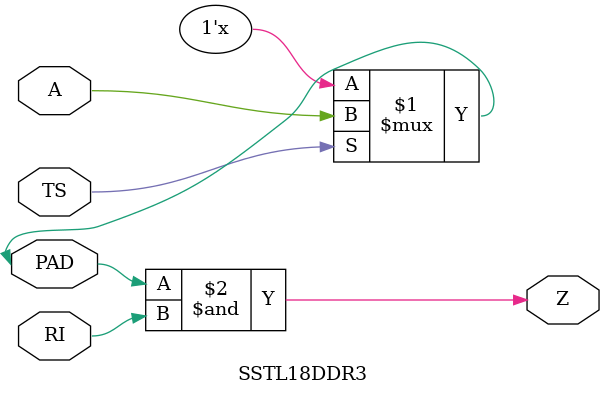
<source format=v>
module SSTL18DDR3 (PAD,Z,A,RI,TS);

   inout   PAD; // I/O PAD PIN
   output  Z;   // Recieved data from PAD if RI is high
   input   A;   // Data to PAD if TS is high 
   input   RI;  // Receiver Inhibit 
   input   TS;  // Driver Tristate Control

   bufif1 b1 (PAD,A,TS);
   and    a4 (Z,PAD,RI);

endmodule // SSTL18DDR3


</source>
